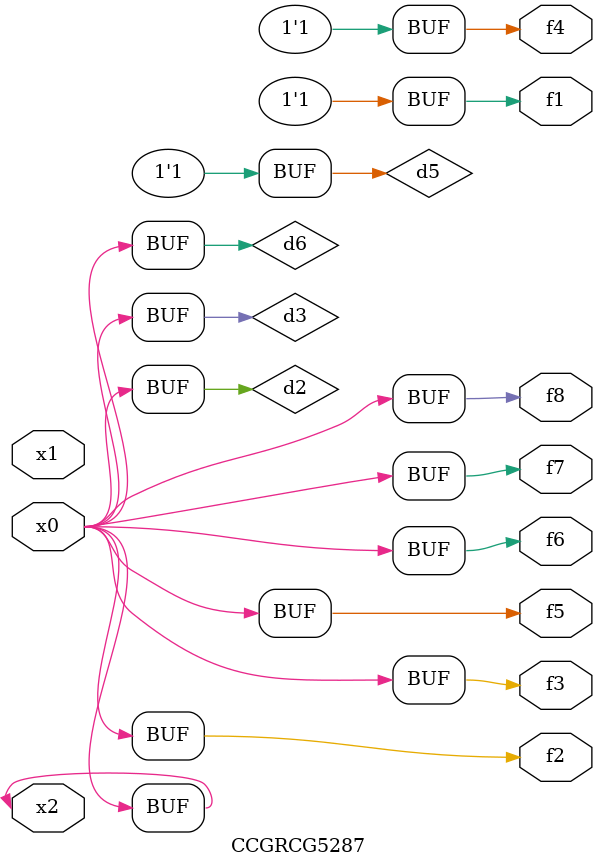
<source format=v>
module CCGRCG5287(
	input x0, x1, x2,
	output f1, f2, f3, f4, f5, f6, f7, f8
);

	wire d1, d2, d3, d4, d5, d6;

	xnor (d1, x2);
	buf (d2, x0, x2);
	and (d3, x0);
	xnor (d4, x1, x2);
	nand (d5, d1, d3);
	buf (d6, d2, d3);
	assign f1 = d5;
	assign f2 = d6;
	assign f3 = d6;
	assign f4 = d5;
	assign f5 = d6;
	assign f6 = d6;
	assign f7 = d6;
	assign f8 = d6;
endmodule

</source>
